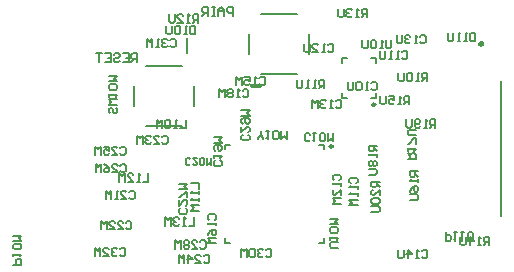
<source format=gbo>
G04 Layer_Color=32896*
%FSLAX25Y25*%
%MOIN*%
G70*
G01*
G75*
%ADD13C,0.01181*%
%ADD15C,0.00591*%
%ADD64C,0.01969*%
%ADD67C,0.00787*%
%ADD117C,0.00984*%
%ADD118C,0.00800*%
%ADD119C,0.00551*%
D13*
X113651Y60320D02*
X116309D01*
D15*
X97573Y3674D02*
X98032Y4133D01*
X98950D01*
X99410Y3674D01*
Y1837D01*
X98950Y1378D01*
X98032D01*
X97573Y1837D01*
X94818Y1378D02*
X96654D01*
X94818Y3215D01*
Y3674D01*
X95277Y4133D01*
X96195D01*
X96654Y3674D01*
X92522Y1378D02*
Y4133D01*
X93899Y2756D01*
X92063D01*
X91144Y1378D02*
Y4133D01*
X90226Y3215D01*
X89308Y4133D01*
Y1378D01*
X86451Y75623D02*
X86910Y76082D01*
X87828D01*
X88287Y75623D01*
Y73786D01*
X87828Y73327D01*
X86910D01*
X86451Y73786D01*
X85532Y75623D02*
X85073Y76082D01*
X84155D01*
X83696Y75623D01*
Y75164D01*
X84155Y74704D01*
X84614D01*
X84155D01*
X83696Y74245D01*
Y73786D01*
X84155Y73327D01*
X85073D01*
X85532Y73786D01*
X82777Y73327D02*
X81859D01*
X82318D01*
Y76082D01*
X82777Y75623D01*
X80481Y73327D02*
Y76082D01*
X79563Y75164D01*
X78645Y76082D01*
Y73327D01*
X152067Y83366D02*
Y86121D01*
X150689D01*
X150230Y85662D01*
Y84744D01*
X150689Y84285D01*
X152067D01*
X151149D02*
X150230Y83366D01*
X149312D02*
X148394D01*
X148853D01*
Y86121D01*
X149312Y85662D01*
X147016D02*
X146557Y86121D01*
X145639D01*
X145179Y85662D01*
Y85203D01*
X145639Y84744D01*
X146098D01*
X145639D01*
X145179Y84285D01*
Y83825D01*
X145639Y83366D01*
X146557D01*
X147016Y83825D01*
X144261Y86121D02*
Y83825D01*
X143802Y83366D01*
X142884D01*
X142424Y83825D01*
Y86121D01*
X95743Y81574D02*
Y84329D01*
X94366D01*
X93906Y83869D01*
Y82951D01*
X94366Y82492D01*
X95743D01*
X94825D02*
X93906Y81574D01*
X92988D02*
X92070D01*
X92529D01*
Y84329D01*
X92988Y83869D01*
X88856Y81574D02*
X90692D01*
X88856Y83410D01*
Y83869D01*
X89315Y84329D01*
X90233D01*
X90692Y83869D01*
X87937Y84329D02*
Y82033D01*
X87478Y81574D01*
X86560D01*
X86101Y82033D01*
Y84329D01*
X94784Y80511D02*
Y77756D01*
X93406D01*
X92947Y78215D01*
Y80052D01*
X93406Y80511D01*
X94784D01*
X92028Y77756D02*
X91110D01*
X91569D01*
Y80511D01*
X92028Y80052D01*
X89733D02*
X89273Y80511D01*
X88355D01*
X87896Y80052D01*
Y78215D01*
X88355Y77756D01*
X89273D01*
X89733Y78215D01*
Y80052D01*
X86978Y80511D02*
Y78215D01*
X86518Y77756D01*
X85600D01*
X85141Y78215D01*
Y80511D01*
X170211Y5347D02*
X170670Y5806D01*
X171588D01*
X172047Y5347D01*
Y3510D01*
X171588Y3051D01*
X170670D01*
X170211Y3510D01*
X169292Y3051D02*
X168374D01*
X168833D01*
Y5806D01*
X169292Y5347D01*
X165619Y3051D02*
Y5806D01*
X166996Y4429D01*
X165160D01*
X164241Y5806D02*
Y3510D01*
X163782Y3051D01*
X162864D01*
X162405Y3510D01*
Y5806D01*
X169718Y76902D02*
X170178Y77361D01*
X171096D01*
X171555Y76902D01*
Y75065D01*
X171096Y74606D01*
X170178D01*
X169718Y75065D01*
X168800Y74606D02*
X167882D01*
X168341D01*
Y77361D01*
X168800Y76902D01*
X166504D02*
X166045Y77361D01*
X165127D01*
X164668Y76902D01*
Y76443D01*
X165127Y75984D01*
X165586D01*
X165127D01*
X164668Y75525D01*
Y75065D01*
X165127Y74606D01*
X166045D01*
X166504Y75065D01*
X163749Y77361D02*
Y75065D01*
X163290Y74606D01*
X162372D01*
X161913Y75065D01*
Y77361D01*
X138911Y73949D02*
X139371Y74409D01*
X140289D01*
X140748Y73949D01*
Y72113D01*
X140289Y71653D01*
X139371D01*
X138911Y72113D01*
X137993Y71653D02*
X137075D01*
X137534D01*
Y74409D01*
X137993Y73949D01*
X133861Y71653D02*
X135697D01*
X133861Y73490D01*
Y73949D01*
X134320Y74409D01*
X135238D01*
X135697Y73949D01*
X132942Y74409D02*
Y72113D01*
X132483Y71653D01*
X131565D01*
X131105Y72113D01*
Y74409D01*
X163616Y71686D02*
X164075Y72145D01*
X164994D01*
X165453Y71686D01*
Y69849D01*
X164994Y69390D01*
X164075D01*
X163616Y69849D01*
X162698Y69390D02*
X161779D01*
X162239D01*
Y72145D01*
X162698Y71686D01*
X160402Y69390D02*
X159484D01*
X159943D01*
Y72145D01*
X160402Y71686D01*
X158106Y72145D02*
Y69849D01*
X157647Y69390D01*
X156728D01*
X156269Y69849D01*
Y72145D01*
X153440Y61355D02*
X153900Y61814D01*
X154818D01*
X155277Y61355D01*
Y59518D01*
X154818Y59059D01*
X153900D01*
X153440Y59518D01*
X152522Y59059D02*
X151604D01*
X152063D01*
Y61814D01*
X152522Y61355D01*
X150226D02*
X149767Y61814D01*
X148849D01*
X148389Y61355D01*
Y59518D01*
X148849Y59059D01*
X149767D01*
X150226Y59518D01*
Y61355D01*
X147471Y61814D02*
Y59518D01*
X147012Y59059D01*
X146094D01*
X145634Y59518D01*
Y61814D01*
X156201Y28543D02*
X153446D01*
Y27166D01*
X153905Y26707D01*
X154823D01*
X155282Y27166D01*
Y28543D01*
Y27625D02*
X156201Y26707D01*
Y23952D02*
Y25788D01*
X154364Y23952D01*
X153905D01*
X153446Y24411D01*
Y25329D01*
X153905Y25788D01*
Y23033D02*
X153446Y22574D01*
Y21656D01*
X153905Y21197D01*
X155742D01*
X156201Y21656D01*
Y22574D01*
X155742Y23033D01*
X153905D01*
X153446Y20278D02*
X155742D01*
X156201Y19819D01*
Y18901D01*
X155742Y18442D01*
X153446D01*
X174758Y46543D02*
Y49298D01*
X173381D01*
X172922Y48839D01*
Y47921D01*
X173381Y47462D01*
X174758D01*
X173840D02*
X172922Y46543D01*
X172003D02*
X171085D01*
X171544D01*
Y49298D01*
X172003Y48839D01*
X169708Y47002D02*
X169248Y46543D01*
X168330D01*
X167871Y47002D01*
Y48839D01*
X168330Y49298D01*
X169248D01*
X169708Y48839D01*
Y48380D01*
X169248Y47921D01*
X167871D01*
X166953Y49298D02*
Y47002D01*
X166493Y46543D01*
X165575D01*
X165116Y47002D01*
Y49298D01*
X155315Y40551D02*
X152560D01*
Y39174D01*
X153019Y38715D01*
X153937D01*
X154397Y39174D01*
Y40551D01*
Y39633D02*
X155315Y38715D01*
Y37796D02*
Y36878D01*
Y37337D01*
X152560D01*
X153019Y37796D01*
Y35500D02*
X152560Y35041D01*
Y34123D01*
X153019Y33664D01*
X153478D01*
X153937Y34123D01*
X154397Y33664D01*
X154856D01*
X155315Y34123D01*
Y35041D01*
X154856Y35500D01*
X154397D01*
X153937Y35041D01*
X153478Y35500D01*
X153019D01*
X153937Y35041D02*
Y34123D01*
X152560Y32745D02*
X154856D01*
X155315Y32286D01*
Y31368D01*
X154856Y30909D01*
X152560D01*
X165551Y36122D02*
X168306D01*
Y37500D01*
X167847Y37959D01*
X166929D01*
X166470Y37500D01*
Y36122D01*
Y37040D02*
X165551Y37959D01*
Y38877D02*
Y39795D01*
Y39336D01*
X168306D01*
X167847Y38877D01*
X168306Y41173D02*
Y43010D01*
X167847D01*
X166010Y41173D01*
X165551D01*
X168306Y43928D02*
X166010D01*
X165551Y44387D01*
Y45305D01*
X166010Y45765D01*
X168306D01*
X168996Y32087D02*
X166241D01*
Y30709D01*
X166700Y30250D01*
X167619D01*
X168078Y30709D01*
Y32087D01*
Y31168D02*
X168996Y30250D01*
Y29332D02*
Y28413D01*
Y28872D01*
X166241D01*
X166700Y29332D01*
X166241Y25199D02*
X166700Y26117D01*
X167619Y27036D01*
X168537D01*
X168996Y26577D01*
Y25658D01*
X168537Y25199D01*
X168078D01*
X167619Y25658D01*
Y27036D01*
X166241Y24281D02*
X168537D01*
X168996Y23821D01*
Y22903D01*
X168537Y22444D01*
X166241D01*
X166093Y54282D02*
Y57037D01*
X164715D01*
X164256Y56577D01*
Y55659D01*
X164715Y55200D01*
X166093D01*
X165174D02*
X164256Y54282D01*
X163338D02*
X162419D01*
X162878D01*
Y57037D01*
X163338Y56577D01*
X159205Y57037D02*
X161042D01*
Y55659D01*
X160123Y56118D01*
X159664D01*
X159205Y55659D01*
Y54741D01*
X159664Y54282D01*
X160582D01*
X161042Y54741D01*
X158287Y57037D02*
Y54741D01*
X157827Y54282D01*
X156909D01*
X156450Y54741D01*
Y57037D01*
X192717Y7382D02*
Y10137D01*
X191339D01*
X190880Y9678D01*
Y8759D01*
X191339Y8300D01*
X192717D01*
X191798D02*
X190880Y7382D01*
X189962D02*
X189043D01*
X189502D01*
Y10137D01*
X189962Y9678D01*
X186288Y7382D02*
Y10137D01*
X187666Y8759D01*
X185829D01*
X184911Y10137D02*
Y7841D01*
X184451Y7382D01*
X183533D01*
X183074Y7841D01*
Y10137D01*
X137795Y59646D02*
Y62401D01*
X136418D01*
X135959Y61941D01*
Y61023D01*
X136418Y60564D01*
X137795D01*
X136877D02*
X135959Y59646D01*
X135040D02*
X134122D01*
X134581D01*
Y62401D01*
X135040Y61941D01*
X132744Y59646D02*
X131826D01*
X132285D01*
Y62401D01*
X132744Y61941D01*
X130449Y62401D02*
Y60105D01*
X129989Y59646D01*
X129071D01*
X128612Y60105D01*
Y62401D01*
X172146Y62008D02*
Y64763D01*
X170768D01*
X170309Y64304D01*
Y63385D01*
X170768Y62926D01*
X172146D01*
X171227D02*
X170309Y62008D01*
X169391D02*
X168472D01*
X168931D01*
Y64763D01*
X169391Y64304D01*
X167095D02*
X166636Y64763D01*
X165717D01*
X165258Y64304D01*
Y62467D01*
X165717Y62008D01*
X166636D01*
X167095Y62467D01*
Y64304D01*
X164340Y64763D02*
Y62467D01*
X163881Y62008D01*
X162962D01*
X162503Y62467D01*
Y64763D01*
X160138Y75688D02*
Y73392D01*
X159679Y72933D01*
X158760D01*
X158301Y73392D01*
Y75688D01*
X157383Y72933D02*
X156464D01*
X156924D01*
Y75688D01*
X157383Y75229D01*
X155087D02*
X154628Y75688D01*
X153709D01*
X153250Y75229D01*
Y73392D01*
X153709Y72933D01*
X154628D01*
X155087Y73392D01*
Y75229D01*
X152332Y75688D02*
Y73392D01*
X151873Y72933D01*
X150954D01*
X150495Y73392D01*
Y75688D01*
X178248Y11614D02*
Y8859D01*
X179625D01*
X180085Y9318D01*
Y10237D01*
X179625Y10696D01*
X178248D01*
X181003Y11614D02*
X181921D01*
X181462D01*
Y8859D01*
X181003Y9318D01*
X183299Y11614D02*
X184217D01*
X183758D01*
Y8859D01*
X183299Y9318D01*
X185595Y8859D02*
Y11155D01*
X186054Y11614D01*
X186972D01*
X187431Y11155D01*
Y8859D01*
X188189Y78149D02*
Y75394D01*
X186811D01*
X186352Y75853D01*
Y77689D01*
X186811Y78149D01*
X188189D01*
X185434Y75394D02*
X184516D01*
X184975D01*
Y78149D01*
X185434Y77689D01*
X183138Y75394D02*
X182220D01*
X182679D01*
Y78149D01*
X183138Y77689D01*
X180842Y78149D02*
Y75853D01*
X180383Y75394D01*
X179465D01*
X179006Y75853D01*
Y78149D01*
X133037Y42389D02*
X132578Y41930D01*
X131660D01*
X131201Y42389D01*
Y44226D01*
X131660Y44685D01*
X132578D01*
X133037Y44226D01*
X133956Y44685D02*
X134874D01*
X134415D01*
Y41930D01*
X133956Y42389D01*
X136252D02*
X136711Y41930D01*
X137629D01*
X138088Y42389D01*
Y44226D01*
X137629Y44685D01*
X136711D01*
X136252Y44226D01*
Y42389D01*
X139007Y44685D02*
Y41930D01*
X139925Y42848D01*
X140843Y41930D01*
Y44685D01*
X146622Y27986D02*
X146162Y28445D01*
Y29364D01*
X146622Y29823D01*
X148458D01*
X148917Y29364D01*
Y28445D01*
X148458Y27986D01*
X148917Y27068D02*
Y26149D01*
Y26609D01*
X146162D01*
X146622Y27068D01*
X148917Y24772D02*
Y23854D01*
Y24313D01*
X146162D01*
X146622Y24772D01*
X148917Y22476D02*
X146162D01*
X147081Y21558D01*
X146162Y20639D01*
X148917D01*
X141003Y29061D02*
X140544Y29520D01*
Y30438D01*
X141003Y30898D01*
X142840D01*
X143299Y30438D01*
Y29520D01*
X142840Y29061D01*
X143299Y28143D02*
Y27224D01*
Y27683D01*
X140544D01*
X141003Y28143D01*
X143299Y24010D02*
Y25847D01*
X141463Y24010D01*
X141003D01*
X140544Y24469D01*
Y25388D01*
X141003Y25847D01*
X143299Y23092D02*
X140544D01*
X141463Y22173D01*
X140544Y21255D01*
X143299D01*
X141569Y55347D02*
X142028Y55806D01*
X142946D01*
X143405Y55347D01*
Y53510D01*
X142946Y53051D01*
X142028D01*
X141569Y53510D01*
X140650Y53051D02*
X139732D01*
X140191D01*
Y55806D01*
X140650Y55347D01*
X138355D02*
X137896Y55806D01*
X136977D01*
X136518Y55347D01*
Y54888D01*
X136977Y54429D01*
X137436D01*
X136977D01*
X136518Y53970D01*
Y53510D01*
X136977Y53051D01*
X137896D01*
X138355Y53510D01*
X135600Y53051D02*
Y55806D01*
X134681Y54888D01*
X133763Y55806D01*
Y53051D01*
X116175Y62926D02*
X116634Y63385D01*
X117553D01*
X118012Y62926D01*
Y61089D01*
X117553Y60630D01*
X116634D01*
X116175Y61089D01*
X115257Y60630D02*
X114338D01*
X114798D01*
Y63385D01*
X115257Y62926D01*
X111124Y63385D02*
X112961D01*
Y62007D01*
X112043Y62467D01*
X111583D01*
X111124Y62007D01*
Y61089D01*
X111583Y60630D01*
X112502D01*
X112961Y61089D01*
X110206Y60630D02*
Y63385D01*
X109288Y62467D01*
X108369Y63385D01*
Y60630D01*
X99377Y15781D02*
X98918Y16241D01*
Y17159D01*
X99377Y17618D01*
X101214D01*
X101673Y17159D01*
Y16241D01*
X101214Y15781D01*
X101673Y14863D02*
Y13945D01*
Y14404D01*
X98918D01*
X99377Y14863D01*
X98918Y10731D02*
X99377Y11649D01*
X100296Y12567D01*
X101214D01*
X101673Y12108D01*
Y11190D01*
X101214Y10731D01*
X100755D01*
X100296Y11190D01*
Y12567D01*
X101673Y9812D02*
X98918D01*
X99836Y8894D01*
X98918Y7976D01*
X101673D01*
X110565Y58890D02*
X111024Y59350D01*
X111942D01*
X112402Y58890D01*
Y57054D01*
X111942Y56595D01*
X111024D01*
X110565Y57054D01*
X109647Y56595D02*
X108728D01*
X109187D01*
Y59350D01*
X109647Y58890D01*
X107351D02*
X106892Y59350D01*
X105973D01*
X105514Y58890D01*
Y58431D01*
X105973Y57972D01*
X105514Y57513D01*
Y57054D01*
X105973Y56595D01*
X106892D01*
X107351Y57054D01*
Y57513D01*
X106892Y57972D01*
X107351Y58431D01*
Y58890D01*
X106892Y57972D02*
X105973D01*
X104596Y56595D02*
Y59350D01*
X103677Y58431D01*
X102759Y59350D01*
Y56595D01*
X103182Y35596D02*
X103641Y35137D01*
Y34219D01*
X103182Y33760D01*
X101345D01*
X100886Y34219D01*
Y35137D01*
X101345Y35596D01*
X100886Y36515D02*
Y37433D01*
Y36974D01*
X103641D01*
X103182Y36515D01*
X101345Y38811D02*
X100886Y39270D01*
Y40188D01*
X101345Y40647D01*
X103182D01*
X103641Y40188D01*
Y39270D01*
X103182Y38811D01*
X102723D01*
X102263Y39270D01*
Y40647D01*
X100886Y41566D02*
X103641D01*
X102723Y42484D01*
X103641Y43402D01*
X100886D01*
X72770Y24934D02*
X73229Y25393D01*
X74147D01*
X74606Y24934D01*
Y23097D01*
X74147Y22638D01*
X73229D01*
X72770Y23097D01*
X70015Y22638D02*
X71851D01*
X70015Y24475D01*
Y24934D01*
X70474Y25393D01*
X71392D01*
X71851Y24934D01*
X69096Y22638D02*
X68178D01*
X68637D01*
Y25393D01*
X69096Y24934D01*
X66800Y22638D02*
Y25393D01*
X65882Y24475D01*
X64964Y25393D01*
Y22638D01*
X71687Y14894D02*
X72146Y15353D01*
X73064D01*
X73524Y14894D01*
Y13058D01*
X73064Y12598D01*
X72146D01*
X71687Y13058D01*
X68932Y12598D02*
X70769D01*
X68932Y14435D01*
Y14894D01*
X69391Y15353D01*
X70309D01*
X70769Y14894D01*
X66177Y12598D02*
X68014D01*
X66177Y14435D01*
Y14894D01*
X66636Y15353D01*
X67554D01*
X68014Y14894D01*
X65259Y12598D02*
Y15353D01*
X64340Y14435D01*
X63422Y15353D01*
Y12598D01*
X83695Y43438D02*
X84154Y43897D01*
X85072D01*
X85532Y43438D01*
Y41601D01*
X85072Y41142D01*
X84154D01*
X83695Y41601D01*
X80940Y41142D02*
X82776D01*
X80940Y42978D01*
Y43438D01*
X81399Y43897D01*
X82317D01*
X82776Y43438D01*
X80022D02*
X79562Y43897D01*
X78644D01*
X78185Y43438D01*
Y42978D01*
X78644Y42519D01*
X79103D01*
X78644D01*
X78185Y42060D01*
Y41601D01*
X78644Y41142D01*
X79562D01*
X80022Y41601D01*
X77266Y41142D02*
Y43897D01*
X76348Y42978D01*
X75430Y43897D01*
Y41142D01*
X69620Y6036D02*
X70079Y6495D01*
X70998D01*
X71457Y6036D01*
Y4199D01*
X70998Y3740D01*
X70079D01*
X69620Y4199D01*
X68702Y6036D02*
X68243Y6495D01*
X67324D01*
X66865Y6036D01*
Y5577D01*
X67324Y5118D01*
X67783D01*
X67324D01*
X66865Y4659D01*
Y4199D01*
X67324Y3740D01*
X68243D01*
X68702Y4199D01*
X64110Y3740D02*
X65947D01*
X64110Y5577D01*
Y6036D01*
X64569Y6495D01*
X65487D01*
X65947Y6036D01*
X63192Y3740D02*
Y6495D01*
X62273Y5577D01*
X61355Y6495D01*
Y3740D01*
X69718Y39796D02*
X70178Y40255D01*
X71096D01*
X71555Y39796D01*
Y37959D01*
X71096Y37500D01*
X70178D01*
X69718Y37959D01*
X66963Y37500D02*
X68800D01*
X66963Y39337D01*
Y39796D01*
X67423Y40255D01*
X68341D01*
X68800Y39796D01*
X64208Y40255D02*
X66045D01*
Y38877D01*
X65127Y39337D01*
X64668D01*
X64208Y38877D01*
Y37959D01*
X64668Y37500D01*
X65586D01*
X66045Y37959D01*
X63290Y37500D02*
Y40255D01*
X62372Y39337D01*
X61453Y40255D01*
Y37500D01*
X69817Y33890D02*
X70276Y34350D01*
X71194D01*
X71653Y33890D01*
Y32054D01*
X71194Y31594D01*
X70276D01*
X69817Y32054D01*
X67062Y31594D02*
X68898D01*
X67062Y33431D01*
Y33890D01*
X67521Y34350D01*
X68439D01*
X68898Y33890D01*
X64307Y34350D02*
X65225Y33890D01*
X66144Y32972D01*
Y32054D01*
X65684Y31594D01*
X64766D01*
X64307Y32054D01*
Y32513D01*
X64766Y32972D01*
X66144D01*
X63389Y31594D02*
Y34350D01*
X62470Y33431D01*
X61552Y34350D01*
Y31594D01*
X91545Y19647D02*
X92004Y19188D01*
Y18270D01*
X91545Y17810D01*
X89708D01*
X89249Y18270D01*
Y19188D01*
X89708Y19647D01*
X89249Y22402D02*
Y20565D01*
X91085Y22402D01*
X91545D01*
X92004Y21943D01*
Y21025D01*
X91545Y20565D01*
X92004Y23320D02*
Y25157D01*
X91545D01*
X89708Y23320D01*
X89249D01*
Y26076D02*
X92004D01*
X91085Y26994D01*
X92004Y27912D01*
X89249D01*
X96392Y8497D02*
X96851Y8956D01*
X97769D01*
X98228Y8497D01*
Y6660D01*
X97769Y6201D01*
X96851D01*
X96392Y6660D01*
X93637Y6201D02*
X95473D01*
X93637Y8038D01*
Y8497D01*
X94096Y8956D01*
X95014D01*
X95473Y8497D01*
X92718D02*
X92259Y8956D01*
X91341D01*
X90882Y8497D01*
Y8038D01*
X91341Y7578D01*
X90882Y7119D01*
Y6660D01*
X91341Y6201D01*
X92259D01*
X92718Y6660D01*
Y7119D01*
X92259Y7578D01*
X92718Y8038D01*
Y8497D01*
X92259Y7578D02*
X91341D01*
X89963Y6201D02*
Y8956D01*
X89045Y8038D01*
X88127Y8956D01*
Y6201D01*
X112434Y44159D02*
X112893Y43700D01*
Y42782D01*
X112434Y42323D01*
X110597D01*
X110138Y42782D01*
Y43700D01*
X110597Y44159D01*
X110138Y46914D02*
Y45078D01*
X111975Y46914D01*
X112434D01*
X112893Y46455D01*
Y45537D01*
X112434Y45078D01*
X110597Y47833D02*
X110138Y48292D01*
Y49210D01*
X110597Y49670D01*
X112434D01*
X112893Y49210D01*
Y48292D01*
X112434Y47833D01*
X111975D01*
X111515Y48292D01*
Y49670D01*
X110138Y50588D02*
X112893D01*
X111975Y51506D01*
X112893Y52425D01*
X110138D01*
X118341Y5741D02*
X118800Y6200D01*
X119718D01*
X120177Y5741D01*
Y3904D01*
X119718Y3445D01*
X118800D01*
X118341Y3904D01*
X117422Y5741D02*
X116963Y6200D01*
X116045D01*
X115585Y5741D01*
Y5282D01*
X116045Y4822D01*
X116504D01*
X116045D01*
X115585Y4363D01*
Y3904D01*
X116045Y3445D01*
X116963D01*
X117422Y3904D01*
X114667Y5741D02*
X114208Y6200D01*
X113290D01*
X112830Y5741D01*
Y3904D01*
X113290Y3445D01*
X114208D01*
X114667Y3904D01*
Y5741D01*
X111912Y3445D02*
Y6200D01*
X110994Y5282D01*
X110075Y6200D01*
Y3445D01*
X91535Y49113D02*
Y46358D01*
X89699D01*
X88780D02*
X87862D01*
X88321D01*
Y49113D01*
X88780Y48654D01*
X86485D02*
X86025Y49113D01*
X85107D01*
X84648Y48654D01*
Y46817D01*
X85107Y46358D01*
X86025D01*
X86485Y46817D01*
Y48654D01*
X83729Y46358D02*
Y49113D01*
X82811Y48195D01*
X81893Y49113D01*
Y46358D01*
X93406Y28051D02*
X96161D01*
Y26215D01*
Y25296D02*
Y24378D01*
Y24837D01*
X93406D01*
X93866Y25296D01*
X96161Y23000D02*
Y22082D01*
Y22541D01*
X93406D01*
X93866Y23000D01*
X96161Y20705D02*
X93406D01*
X94325Y19786D01*
X93406Y18868D01*
X96161D01*
X79134Y31298D02*
Y28543D01*
X77297D01*
X76379D02*
X75460D01*
X75920D01*
Y31298D01*
X76379Y30839D01*
X72246Y28543D02*
X74083D01*
X72246Y30380D01*
Y30839D01*
X72706Y31298D01*
X73624D01*
X74083Y30839D01*
X71328Y28543D02*
Y31298D01*
X70410Y30380D01*
X69491Y31298D01*
Y28543D01*
X94390Y16633D02*
Y13878D01*
X92553D01*
X91635D02*
X90716D01*
X91176D01*
Y16633D01*
X91635Y16174D01*
X89339D02*
X88880Y16633D01*
X87961D01*
X87502Y16174D01*
Y15715D01*
X87961Y15256D01*
X88421D01*
X87961D01*
X87502Y14796D01*
Y14337D01*
X87961Y13878D01*
X88880D01*
X89339Y14337D01*
X86584Y13878D02*
Y16633D01*
X85666Y15715D01*
X84747Y16633D01*
Y13878D01*
X34075Y885D02*
X36830D01*
Y2262D01*
X36371Y2721D01*
X35452D01*
X34993Y2262D01*
Y885D01*
X34075Y3640D02*
Y4558D01*
Y4099D01*
X36830D01*
X36371Y3640D01*
Y5936D02*
X36830Y6395D01*
Y7313D01*
X36371Y7772D01*
X34534D01*
X34075Y7313D01*
Y6395D01*
X34534Y5936D01*
X36371D01*
X34075Y8691D02*
X36830D01*
X35911Y9609D01*
X36830Y10527D01*
X34075D01*
X68241Y53215D02*
X68700Y52755D01*
Y51837D01*
X68241Y51378D01*
X67782D01*
X67322Y51837D01*
Y52755D01*
X66863Y53215D01*
X66404D01*
X65945Y52755D01*
Y51837D01*
X66404Y51378D01*
X68700Y54133D02*
X65945D01*
X66863Y55051D01*
X65945Y55970D01*
X68700D01*
X65945Y56888D02*
Y57806D01*
Y57347D01*
X68700D01*
X68241Y56888D01*
Y59184D02*
X68700Y59643D01*
Y60561D01*
X68241Y61020D01*
X66404D01*
X65945Y60561D01*
Y59643D01*
X66404Y59184D01*
X68241D01*
X65945Y61939D02*
X68700D01*
X67782Y62857D01*
X68700Y63775D01*
X65945D01*
X142420Y6496D02*
X140124D01*
X139665Y6955D01*
Y7874D01*
X140124Y8333D01*
X142420D01*
X139665Y9251D02*
Y10169D01*
Y9710D01*
X142420D01*
X141961Y9251D01*
Y11547D02*
X142420Y12006D01*
Y12924D01*
X141961Y13384D01*
X140124D01*
X139665Y12924D01*
Y12006D01*
X140124Y11547D01*
X141961D01*
X139665Y14302D02*
X142420D01*
X141502Y15220D01*
X142420Y16139D01*
X139665D01*
X115685Y42689D02*
Y43148D01*
X116603Y44066D01*
X117522Y43148D01*
Y42689D01*
X116603Y44066D02*
Y45444D01*
X118440D02*
X119358D01*
X118899D01*
Y42689D01*
X118440Y43148D01*
X120736D02*
X121195Y42689D01*
X122113D01*
X122573Y43148D01*
Y44984D01*
X122113Y45444D01*
X121195D01*
X120736Y44984D01*
Y43148D01*
X123491Y45444D02*
Y42689D01*
X124409Y43607D01*
X125328Y42689D01*
Y45444D01*
X107382Y83858D02*
Y86810D01*
X105906D01*
X105414Y86318D01*
Y85334D01*
X105906Y84842D01*
X107382D01*
X104430Y83858D02*
Y85826D01*
X103446Y86810D01*
X102462Y85826D01*
Y83858D01*
Y85334D01*
X104430D01*
X101478Y86810D02*
X100494D01*
X100986D01*
Y83858D01*
X101478D01*
X100494D01*
X99018D02*
Y86810D01*
X97543D01*
X97051Y86318D01*
Y85334D01*
X97543Y84842D01*
X99018D01*
X98035D02*
X97051Y83858D01*
X75492Y68405D02*
Y71357D01*
X74016D01*
X73524Y70865D01*
Y69881D01*
X74016Y69389D01*
X75492D01*
X74508D02*
X73524Y68405D01*
X70573Y71357D02*
X72540D01*
Y68405D01*
X70573D01*
X72540Y69881D02*
X71556D01*
X67621Y70865D02*
X68113Y71357D01*
X69096D01*
X69589Y70865D01*
Y70373D01*
X69096Y69881D01*
X68113D01*
X67621Y69389D01*
Y68897D01*
X68113Y68405D01*
X69096D01*
X69589Y68897D01*
X64669Y71357D02*
X66637D01*
Y68405D01*
X64669D01*
X66637Y69881D02*
X65653D01*
X63685Y71357D02*
X61717D01*
X62701D01*
Y68405D01*
D64*
X190157Y74508D02*
G03*
X190157Y74508I-197J0D01*
G01*
D67*
X92002Y71438D02*
Y76556D01*
X137533Y39385D02*
Y40861D01*
X136057D02*
X137533D01*
X104856D02*
X106332D01*
X104856Y39385D02*
Y40861D01*
Y8184D02*
Y9660D01*
Y8184D02*
X106332D01*
X137533D02*
Y9660D01*
X136057Y8184D02*
X137533D01*
X153445Y56398D02*
X155118D01*
Y58071D01*
X153445Y69784D02*
X155118Y69784D01*
X155118Y68110D01*
X143701Y69784D02*
X145374Y69784D01*
X143701Y68110D02*
X143701Y69784D01*
Y56398D02*
X145374Y56398D01*
X143701Y56398D02*
X143701Y58071D01*
X196555Y17224D02*
Y62106D01*
D117*
X140584Y40270D02*
G03*
X140584Y40270I-492J0D01*
G01*
X154823Y54232D02*
G03*
X154823Y54232I-492J0D01*
G01*
D118*
X132741Y71144D02*
Y77837D01*
X112663Y71144D02*
X112663Y77837D01*
X116600Y64451D02*
X128804Y64451D01*
X116600Y84530D02*
X128804D01*
X94365Y53629D02*
Y60322D01*
X74287Y53629D02*
X74287Y60322D01*
X78224Y46936D02*
X90428Y46936D01*
X78224Y67015D02*
X90428D01*
D119*
X93110Y34351D02*
X92716Y33957D01*
X91929D01*
X91535Y34351D01*
Y35925D01*
X91929Y36319D01*
X92716D01*
X93110Y35925D01*
X95471Y36319D02*
X93897D01*
X95471Y34745D01*
Y34351D01*
X95078Y33957D01*
X94290D01*
X93897Y34351D01*
X96258D02*
X96652Y33957D01*
X97439D01*
X97833Y34351D01*
Y35925D01*
X97439Y36319D01*
X96652D01*
X96258Y35925D01*
Y34351D01*
X98620Y36319D02*
Y33957D01*
X99407Y34745D01*
X100194Y33957D01*
Y36319D01*
M02*

</source>
